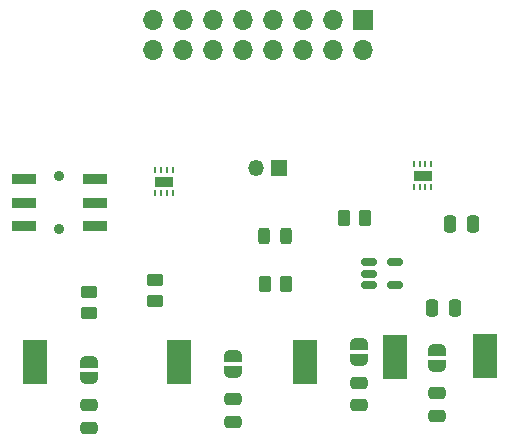
<source format=gbr>
%TF.GenerationSoftware,KiCad,Pcbnew,8.0.1*%
%TF.CreationDate,2024-03-24T23:27:44+02:00*%
%TF.ProjectId,Power Project PCB  v0,506f7765-7220-4507-926f-6a6563742050,rev?*%
%TF.SameCoordinates,Original*%
%TF.FileFunction,Soldermask,Top*%
%TF.FilePolarity,Negative*%
%FSLAX46Y46*%
G04 Gerber Fmt 4.6, Leading zero omitted, Abs format (unit mm)*
G04 Created by KiCad (PCBNEW 8.0.1) date 2024-03-24 23:27:44*
%MOMM*%
%LPD*%
G01*
G04 APERTURE LIST*
G04 Aperture macros list*
%AMRoundRect*
0 Rectangle with rounded corners*
0 $1 Rounding radius*
0 $2 $3 $4 $5 $6 $7 $8 $9 X,Y pos of 4 corners*
0 Add a 4 corners polygon primitive as box body*
4,1,4,$2,$3,$4,$5,$6,$7,$8,$9,$2,$3,0*
0 Add four circle primitives for the rounded corners*
1,1,$1+$1,$2,$3*
1,1,$1+$1,$4,$5*
1,1,$1+$1,$6,$7*
1,1,$1+$1,$8,$9*
0 Add four rect primitives between the rounded corners*
20,1,$1+$1,$2,$3,$4,$5,0*
20,1,$1+$1,$4,$5,$6,$7,0*
20,1,$1+$1,$6,$7,$8,$9,0*
20,1,$1+$1,$8,$9,$2,$3,0*%
%AMFreePoly0*
4,1,19,0.500000,-0.750000,0.000000,-0.750000,0.000000,-0.744911,-0.071157,-0.744911,-0.207708,-0.704816,-0.327430,-0.627875,-0.420627,-0.520320,-0.479746,-0.390866,-0.500000,-0.250000,-0.500000,0.250000,-0.479746,0.390866,-0.420627,0.520320,-0.327430,0.627875,-0.207708,0.704816,-0.071157,0.744911,0.000000,0.744911,0.000000,0.750000,0.500000,0.750000,0.500000,-0.750000,0.500000,-0.750000,
$1*%
%AMFreePoly1*
4,1,19,0.000000,0.744911,0.071157,0.744911,0.207708,0.704816,0.327430,0.627875,0.420627,0.520320,0.479746,0.390866,0.500000,0.250000,0.500000,-0.250000,0.479746,-0.390866,0.420627,-0.520320,0.327430,-0.627875,0.207708,-0.704816,0.071157,-0.744911,0.000000,-0.744911,0.000000,-0.750000,-0.500000,-0.750000,-0.500000,0.750000,0.000000,0.750000,0.000000,0.744911,0.000000,0.744911,
$1*%
G04 Aperture macros list end*
%ADD10RoundRect,0.250000X-0.250000X-0.475000X0.250000X-0.475000X0.250000X0.475000X-0.250000X0.475000X0*%
%ADD11RoundRect,0.250000X0.250000X0.475000X-0.250000X0.475000X-0.250000X-0.475000X0.250000X-0.475000X0*%
%ADD12FreePoly0,270.000000*%
%ADD13FreePoly1,270.000000*%
%ADD14FreePoly0,90.000000*%
%ADD15FreePoly1,90.000000*%
%ADD16RoundRect,0.250000X0.475000X-0.250000X0.475000X0.250000X-0.475000X0.250000X-0.475000X-0.250000X0*%
%ADD17O,1.350000X1.350000*%
%ADD18R,1.350000X1.350000*%
%ADD19RoundRect,0.150000X-0.512500X-0.150000X0.512500X-0.150000X0.512500X0.150000X-0.512500X0.150000X0*%
%ADD20R,2.000000X0.900000*%
%ADD21C,0.900000*%
%ADD22R,1.700000X1.700000*%
%ADD23O,1.700000X1.700000*%
%ADD24R,2.000000X3.800000*%
%ADD25RoundRect,0.243750X-0.243750X-0.456250X0.243750X-0.456250X0.243750X0.456250X-0.243750X0.456250X0*%
%ADD26RoundRect,0.250000X-0.262500X-0.450000X0.262500X-0.450000X0.262500X0.450000X-0.262500X0.450000X0*%
%ADD27RoundRect,0.250000X-0.450000X0.262500X-0.450000X-0.262500X0.450000X-0.262500X0.450000X0.262500X0*%
%ADD28RoundRect,0.062500X0.062500X-0.187500X0.062500X0.187500X-0.062500X0.187500X-0.062500X-0.187500X0*%
%ADD29R,1.600000X0.900000*%
G04 APERTURE END LIST*
D10*
%TO.C,C2*%
X151450000Y-48768000D03*
X153350000Y-48768000D03*
%TD*%
D11*
%TO.C,C1*%
X151826000Y-55880000D03*
X149926000Y-55880000D03*
%TD*%
D12*
%TO.C,JP6*%
X150368000Y-59436000D03*
D13*
X150368000Y-60736000D03*
%TD*%
D14*
%TO.C,JP5*%
X143764000Y-60228000D03*
D15*
X143764000Y-58928000D03*
%TD*%
D12*
%TO.C,JP4*%
X133096000Y-59944000D03*
D13*
X133096000Y-61244000D03*
%TD*%
D14*
%TO.C,JP3*%
X120904000Y-61752000D03*
D15*
X120904000Y-60452000D03*
%TD*%
D16*
%TO.C,C8*%
X150368000Y-64958000D03*
X150368000Y-63058000D03*
%TD*%
%TO.C,C7*%
X143764000Y-64084000D03*
X143764000Y-62184000D03*
%TD*%
%TO.C,C6*%
X120904000Y-65974000D03*
X120904000Y-64074000D03*
%TD*%
%TO.C,C5*%
X133096000Y-65466000D03*
X133096000Y-63566000D03*
%TD*%
D17*
%TO.C,J2*%
X135000000Y-44000000D03*
D18*
X137000000Y-44000000D03*
%TD*%
D19*
%TO.C,U1*%
X144537000Y-52000000D03*
X144537000Y-52950000D03*
X144537000Y-53900000D03*
X146812000Y-53900000D03*
X146812000Y-52000000D03*
%TD*%
D20*
%TO.C,S1*%
X115364000Y-48954000D03*
X115364000Y-46954000D03*
X115364000Y-44954000D03*
X121364000Y-48954000D03*
X121364000Y-46954000D03*
X121364000Y-44954000D03*
D21*
X118364000Y-49204000D03*
X118364000Y-44704000D03*
%TD*%
D22*
%TO.C,J1*%
X144040000Y-31500000D03*
D23*
X144040000Y-34040000D03*
X141500000Y-31500000D03*
X141500000Y-34040000D03*
X138960000Y-31500000D03*
X138960000Y-34040000D03*
X136420000Y-31500000D03*
X136420000Y-34040000D03*
X133880000Y-31500000D03*
X133880000Y-34040000D03*
X131340000Y-31500000D03*
X131340000Y-34040000D03*
X128800000Y-31500000D03*
X128800000Y-34040000D03*
X126260000Y-31500000D03*
X126260000Y-34040000D03*
%TD*%
D24*
%TO.C,TP5*%
X154432000Y-59944000D03*
%TD*%
%TO.C,TP4*%
X139192000Y-60452000D03*
%TD*%
%TO.C,TP3*%
X128524000Y-60452000D03*
%TD*%
%TO.C,TP2*%
X146812000Y-60000000D03*
%TD*%
%TO.C,TP1*%
X116332000Y-60452000D03*
%TD*%
D25*
%TO.C,D1*%
X135714500Y-49784000D03*
X137589500Y-49784000D03*
%TD*%
D26*
%TO.C,R12*%
X142447000Y-48260000D03*
X144272000Y-48260000D03*
%TD*%
%TO.C,R7*%
X135739500Y-53848000D03*
X137564500Y-53848000D03*
%TD*%
D27*
%TO.C,R6*%
X126492000Y-53443500D03*
X126492000Y-55268500D03*
%TD*%
%TO.C,R5*%
X120904000Y-54459500D03*
X120904000Y-56284500D03*
%TD*%
D28*
%TO.C,U3*%
X148360000Y-45588000D03*
X148860000Y-45588000D03*
X149360000Y-45588000D03*
X149860000Y-45588000D03*
X149860000Y-43688000D03*
X149360000Y-43688000D03*
X148860000Y-43688000D03*
X148360000Y-43688000D03*
D29*
X149110000Y-44638000D03*
%TD*%
D28*
%TO.C,U2*%
X126500000Y-46096000D03*
X127000000Y-46096000D03*
X127500000Y-46096000D03*
X128000000Y-46096000D03*
X128000000Y-44196000D03*
X127500000Y-44196000D03*
X127000000Y-44196000D03*
X126500000Y-44196000D03*
D29*
X127250000Y-45146000D03*
%TD*%
M02*

</source>
